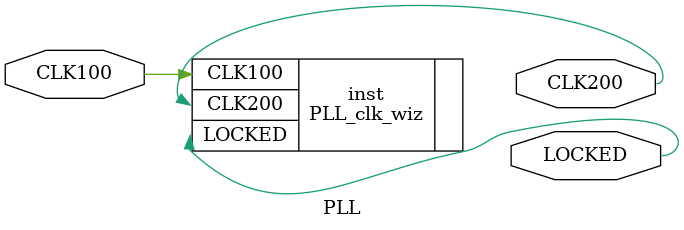
<source format=v>


`timescale 1ps/1ps

(* CORE_GENERATION_INFO = "PLL,clk_wiz_v6_0_4_0_0,{component_name=PLL,use_phase_alignment=true,use_min_o_jitter=false,use_max_i_jitter=false,use_dyn_phase_shift=false,use_inclk_switchover=false,use_dyn_reconfig=false,enable_axi=0,feedback_source=FDBK_AUTO,PRIMITIVE=PLL,num_out_clk=1,clkin1_period=10.000,clkin2_period=10.000,use_power_down=false,use_reset=false,use_locked=true,use_inclk_stopped=false,feedback_type=SINGLE,CLOCK_MGR_TYPE=NA,manual_override=false}" *)

module PLL 
 (
  // Clock out ports
  output        CLK200,
  // Status and control signals
  output        LOCKED,
 // Clock in ports
  input         CLK100
 );

  PLL_clk_wiz inst
  (
  // Clock out ports  
  .CLK200(CLK200),
  // Status and control signals               
  .LOCKED(LOCKED),
 // Clock in ports
  .CLK100(CLK100)
  );

endmodule

</source>
